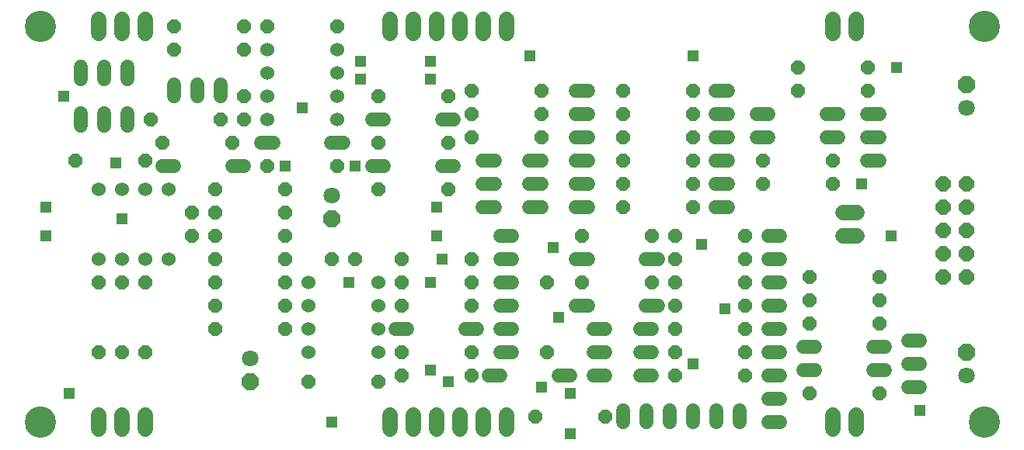
<source format=gts>
G04 EAGLE Gerber RS-274X export*
G75*
%MOMM*%
%FSLAX34Y34*%
%LPD*%
%INSoldermask Top*%
%IPPOS*%
%AMOC8*
5,1,8,0,0,1.08239X$1,22.5*%
G01*
%ADD10C,3.416300*%
%ADD11P,1.951982X8X292.500000*%
%ADD12C,1.803400*%
%ADD13C,1.524000*%
%ADD14P,1.649562X8X202.500000*%
%ADD15P,1.649562X8X22.500000*%
%ADD16P,1.759533X8X292.500000*%
%ADD17P,1.951982X8X112.500000*%
%ADD18P,1.649562X8X112.500000*%
%ADD19P,1.649562X8X292.500000*%
%ADD20C,1.727200*%
%ADD21C,1.524000*%
%ADD22R,1.209600X1.209600*%


D10*
X25400Y25400D03*
X25400Y457200D03*
X1054100Y457200D03*
X1054100Y25400D03*
D11*
X342900Y247650D03*
D12*
X342900Y273050D03*
D13*
X882396Y336550D02*
X895604Y336550D01*
X819404Y336550D02*
X806196Y336550D01*
X806196Y361950D02*
X819404Y361950D01*
X882396Y361950D02*
X895604Y361950D01*
X171704Y304800D02*
X158496Y304800D01*
X234696Y304800D02*
X247904Y304800D01*
X266446Y330200D02*
X279654Y330200D01*
X342646Y330200D02*
X355854Y330200D01*
X463296Y355600D02*
X476504Y355600D01*
X400304Y355600D02*
X387096Y355600D01*
X387096Y304800D02*
X400304Y304800D01*
X463296Y304800D02*
X476504Y304800D01*
D14*
X927100Y412750D03*
X850900Y412750D03*
X736600Y285750D03*
X660400Y285750D03*
X222250Y355600D03*
X146050Y355600D03*
D15*
X273050Y457200D03*
X349250Y457200D03*
X393700Y381000D03*
X469900Y381000D03*
X171450Y457200D03*
X247650Y457200D03*
X393700Y330200D03*
X469900Y330200D03*
X393700Y279400D03*
X469900Y279400D03*
D14*
X927100Y387350D03*
X850900Y387350D03*
D15*
X171450Y431800D03*
X247650Y431800D03*
D14*
X234950Y330200D03*
X158750Y330200D03*
X571500Y387350D03*
X495300Y387350D03*
X571500Y361950D03*
X495300Y361950D03*
X571500Y336550D03*
X495300Y336550D03*
X292100Y254000D03*
X215900Y254000D03*
D15*
X63500Y311150D03*
X139700Y311150D03*
X215900Y279400D03*
X292100Y279400D03*
D14*
X889000Y311150D03*
X812800Y311150D03*
D15*
X215900Y203200D03*
X292100Y203200D03*
D14*
X292100Y228600D03*
X215900Y228600D03*
X889000Y285750D03*
X812800Y285750D03*
D15*
X660400Y311150D03*
X736600Y311150D03*
X660400Y361950D03*
X736600Y361950D03*
X660400Y336550D03*
X736600Y336550D03*
X660400Y387350D03*
X736600Y387350D03*
X660400Y260350D03*
X736600Y260350D03*
D13*
X120650Y399796D02*
X120650Y413004D01*
X69850Y413004D02*
X69850Y399796D01*
X95250Y399796D02*
X95250Y413004D01*
X558546Y311150D02*
X571754Y311150D01*
X571754Y260350D02*
X558546Y260350D01*
X558546Y285750D02*
X571754Y285750D01*
X609346Y336550D02*
X622554Y336550D01*
X622554Y387350D02*
X609346Y387350D01*
X609346Y361950D02*
X622554Y361950D01*
X926846Y311150D02*
X940054Y311150D01*
X940054Y361950D02*
X926846Y361950D01*
X926846Y336550D02*
X940054Y336550D01*
X774954Y260350D02*
X761746Y260350D01*
X761746Y311150D02*
X774954Y311150D01*
X774954Y285750D02*
X761746Y285750D01*
X761746Y336550D02*
X774954Y336550D01*
X774954Y387350D02*
X761746Y387350D01*
X761746Y361950D02*
X774954Y361950D01*
X622554Y311150D02*
X609346Y311150D01*
X609346Y260350D02*
X622554Y260350D01*
X622554Y285750D02*
X609346Y285750D01*
X520954Y260350D02*
X507746Y260350D01*
X507746Y311150D02*
X520954Y311150D01*
X520954Y285750D02*
X507746Y285750D01*
X171450Y380746D02*
X171450Y393954D01*
X222250Y393954D02*
X222250Y380746D01*
X196850Y380746D02*
X196850Y393954D01*
X69850Y362204D02*
X69850Y348996D01*
X120650Y348996D02*
X120650Y362204D01*
X95250Y362204D02*
X95250Y348996D01*
D16*
X1009650Y285750D03*
X1035050Y285750D03*
X1009650Y260350D03*
X1035050Y260350D03*
X1009650Y234950D03*
X1035050Y234950D03*
X1009650Y209550D03*
X1035050Y209550D03*
X1009650Y184150D03*
X1035050Y184150D03*
D17*
X1035050Y393700D03*
D12*
X1035050Y368300D03*
D17*
X1035050Y101600D03*
D12*
X1035050Y76200D03*
D15*
X273050Y304800D03*
X349250Y304800D03*
D18*
X190500Y228600D03*
X190500Y254000D03*
D14*
X368300Y203200D03*
X342900Y203200D03*
D15*
X863600Y57150D03*
X939800Y57150D03*
X863600Y133350D03*
X939800Y133350D03*
D13*
X946404Y107950D02*
X933196Y107950D01*
X870204Y107950D02*
X856996Y107950D01*
X971296Y114300D02*
X984504Y114300D01*
X984504Y63500D02*
X971296Y63500D01*
X971296Y88900D02*
X984504Y88900D01*
X870204Y82550D02*
X856996Y82550D01*
X933196Y82550D02*
X946404Y82550D01*
D14*
X939800Y158750D03*
X863600Y158750D03*
X939800Y184150D03*
X863600Y184150D03*
D13*
X832104Y228600D02*
X818896Y228600D01*
X818896Y177800D02*
X832104Y177800D01*
X832104Y203200D02*
X818896Y203200D01*
D15*
X717550Y152400D03*
X793750Y152400D03*
D14*
X793750Y127000D03*
X717550Y127000D03*
D15*
X717550Y101600D03*
X793750Y101600D03*
D14*
X793750Y177800D03*
X717550Y177800D03*
D13*
X818896Y152400D02*
X832104Y152400D01*
X832104Y101600D02*
X818896Y101600D01*
X818896Y127000D02*
X832104Y127000D01*
D15*
X717550Y203200D03*
X793750Y203200D03*
D14*
X793750Y228600D03*
X717550Y228600D03*
D13*
X692404Y76200D02*
X679196Y76200D01*
X679196Y127000D02*
X692404Y127000D01*
X692404Y101600D02*
X679196Y101600D01*
D14*
X393700Y69850D03*
X317500Y69850D03*
X495300Y203200D03*
X419100Y203200D03*
X495300Y101600D03*
X419100Y101600D03*
X495300Y76200D03*
X419100Y76200D03*
D13*
X514096Y76200D02*
X527304Y76200D01*
X590296Y76200D02*
X603504Y76200D01*
X425704Y127000D02*
X412496Y127000D01*
X488696Y127000D02*
X501904Y127000D01*
X609346Y203200D02*
X622554Y203200D01*
X685546Y203200D02*
X698754Y203200D01*
D14*
X692150Y228600D03*
X615950Y228600D03*
D13*
X628396Y127000D02*
X641604Y127000D01*
X641604Y76200D02*
X628396Y76200D01*
X628396Y101600D02*
X641604Y101600D01*
D14*
X692150Y177800D03*
X615950Y177800D03*
D13*
X685546Y152400D02*
X698754Y152400D01*
X622554Y152400D02*
X609346Y152400D01*
X660400Y38354D02*
X660400Y25146D01*
X711200Y25146D02*
X711200Y38354D01*
X685800Y38354D02*
X685800Y25146D01*
D14*
X641350Y31750D03*
X565150Y31750D03*
D13*
X787400Y25146D02*
X787400Y38354D01*
X736600Y38354D02*
X736600Y25146D01*
X762000Y25146D02*
X762000Y38354D01*
X818896Y25400D02*
X832104Y25400D01*
X832104Y76200D02*
X818896Y76200D01*
X818896Y50800D02*
X832104Y50800D01*
D15*
X717550Y76200D03*
X793750Y76200D03*
D13*
X540004Y152400D02*
X526796Y152400D01*
X526796Y101600D02*
X540004Y101600D01*
X540004Y127000D02*
X526796Y127000D01*
X526796Y177800D02*
X540004Y177800D01*
X540004Y228600D02*
X526796Y228600D01*
X526796Y203200D02*
X540004Y203200D01*
D18*
X577850Y101600D03*
X577850Y177800D03*
D14*
X495300Y152400D03*
X419100Y152400D03*
X495300Y177800D03*
X419100Y177800D03*
D11*
X254000Y69850D03*
D12*
X254000Y95250D03*
D14*
X292100Y177800D03*
X215900Y177800D03*
D18*
X139700Y101600D03*
X139700Y177800D03*
D15*
X215900Y127000D03*
X292100Y127000D03*
D18*
X114300Y101600D03*
X114300Y177800D03*
D19*
X88900Y177800D03*
X88900Y101600D03*
D14*
X292100Y152400D03*
X215900Y152400D03*
D20*
X533400Y449580D02*
X533400Y464820D01*
X508000Y464820D02*
X508000Y449580D01*
X482600Y449580D02*
X482600Y464820D01*
X457200Y464820D02*
X457200Y449580D01*
X431800Y449580D02*
X431800Y464820D01*
X406400Y464820D02*
X406400Y449580D01*
X406400Y33020D02*
X406400Y17780D01*
X431800Y17780D02*
X431800Y33020D01*
X457200Y33020D02*
X457200Y17780D01*
X482600Y17780D02*
X482600Y33020D01*
X508000Y33020D02*
X508000Y17780D01*
X533400Y17780D02*
X533400Y33020D01*
X900430Y228600D02*
X915670Y228600D01*
X915670Y254000D02*
X900430Y254000D01*
D21*
X273050Y431800D03*
X273050Y406400D03*
X349250Y406400D03*
X349250Y431800D03*
X273050Y381000D03*
X273050Y355600D03*
X349250Y381000D03*
X349250Y355600D03*
X393700Y101600D03*
X393700Y127000D03*
X317500Y127000D03*
X317500Y101600D03*
X393700Y152400D03*
X393700Y177800D03*
X317500Y152400D03*
X317500Y177800D03*
X88900Y203200D03*
X114300Y203200D03*
X114300Y279400D03*
X88900Y279400D03*
X139700Y203200D03*
X165100Y203200D03*
X139700Y279400D03*
X165100Y279400D03*
D20*
X139700Y449580D02*
X139700Y464820D01*
X114300Y464820D02*
X114300Y449580D01*
X88900Y449580D02*
X88900Y464820D01*
X889000Y464820D02*
X889000Y449580D01*
X914400Y449580D02*
X914400Y464820D01*
X914400Y33020D02*
X914400Y17780D01*
X889000Y17780D02*
X889000Y33020D01*
X88900Y33020D02*
X88900Y17780D01*
X114300Y17780D02*
X114300Y33020D01*
X139700Y33020D02*
X139700Y17780D01*
D18*
X247650Y355600D03*
X247650Y381000D03*
D22*
X31750Y228600D03*
X57150Y57150D03*
X50800Y381000D03*
X558800Y425450D03*
X736600Y425450D03*
X958850Y412750D03*
X920750Y285750D03*
X984250Y38100D03*
X603250Y12700D03*
X457200Y228600D03*
X457200Y260350D03*
X584200Y215900D03*
X361950Y177800D03*
X342900Y25400D03*
X952500Y228600D03*
X603250Y57150D03*
X746125Y219075D03*
X771525Y149225D03*
X107950Y307975D03*
X311150Y368300D03*
X292100Y304800D03*
X368300Y304800D03*
X114300Y247650D03*
X374650Y400050D03*
X450850Y400050D03*
X736600Y88900D03*
X463550Y203200D03*
X590550Y139700D03*
X450850Y419100D03*
X374650Y419100D03*
X450850Y177800D03*
X450850Y82550D03*
X571500Y63500D03*
X469900Y69850D03*
X31750Y260350D03*
M02*

</source>
